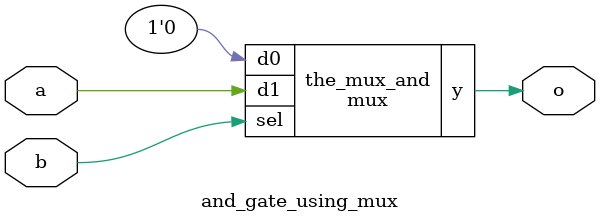
<source format=sv>

module mux
(
  input  d0, d1,
  input  sel,
  output y
);

  assign y = sel ? d1 : d0;

endmodule

//----------------------------------------------------------------------------
// Task
//----------------------------------------------------------------------------

module and_gate_using_mux
(
  input  a,
  input  b,
  output o
);

  mux the_mux_and (
    .d0(0),
    .d1(a),
    .sel(b),
    .y(o)
  );

  // Task:
  // Implement and gate using instance(s) of mux,
  // constants 0 and 1, and wire connections

endmodule

</source>
